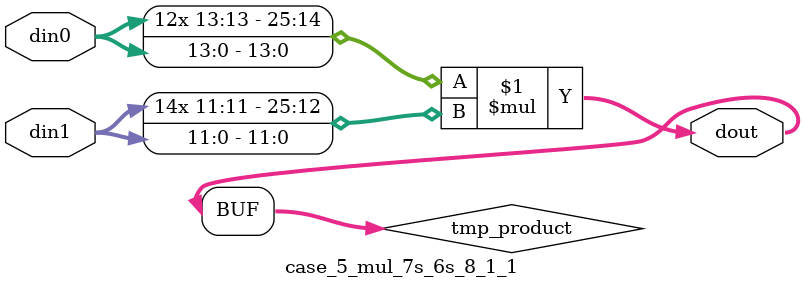
<source format=v>

`timescale 1 ns / 1 ps

 module case_5_mul_7s_6s_8_1_1(din0, din1, dout);
parameter ID = 1;
parameter NUM_STAGE = 0;
parameter din0_WIDTH = 14;
parameter din1_WIDTH = 12;
parameter dout_WIDTH = 26;

input [din0_WIDTH - 1 : 0] din0; 
input [din1_WIDTH - 1 : 0] din1; 
output [dout_WIDTH - 1 : 0] dout;

wire signed [dout_WIDTH - 1 : 0] tmp_product;



























assign tmp_product = $signed(din0) * $signed(din1);








assign dout = tmp_product;





















endmodule

</source>
